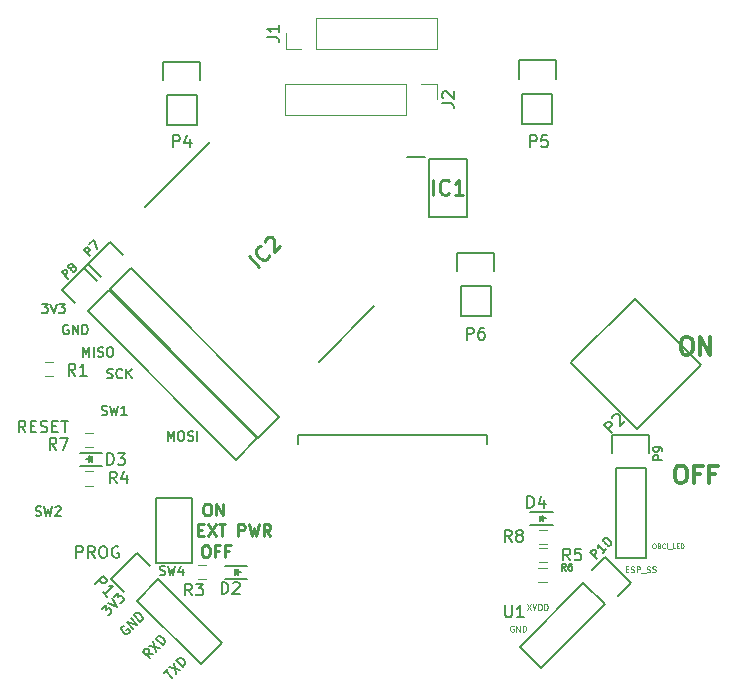
<source format=gbr>
%TF.GenerationSoftware,KiCad,Pcbnew,(5.1.10)-1*%
%TF.CreationDate,2022-09-07T09:41:17-03:00*%
%TF.ProjectId,OpenBCI_Wifi_Shield,4f70656e-4243-4495-9f57-6966695f5368,v1.0.0*%
%TF.SameCoordinates,Original*%
%TF.FileFunction,Legend,Top*%
%TF.FilePolarity,Positive*%
%FSLAX46Y46*%
G04 Gerber Fmt 4.6, Leading zero omitted, Abs format (unit mm)*
G04 Created by KiCad (PCBNEW (5.1.10)-1) date 2022-09-07 09:41:17*
%MOMM*%
%LPD*%
G01*
G04 APERTURE LIST*
%ADD10C,0.250000*%
%ADD11C,0.100000*%
%ADD12C,0.125000*%
%ADD13C,0.150000*%
%ADD14C,0.200000*%
%ADD15C,0.300000*%
%ADD16C,0.120000*%
%ADD17C,0.152400*%
%ADD18C,0.254000*%
G04 APERTURE END LIST*
D10*
X95033619Y-107399380D02*
X95224095Y-107399380D01*
X95319333Y-107447000D01*
X95414571Y-107542238D01*
X95462190Y-107732714D01*
X95462190Y-108066047D01*
X95414571Y-108256523D01*
X95319333Y-108351761D01*
X95224095Y-108399380D01*
X95033619Y-108399380D01*
X94938380Y-108351761D01*
X94843142Y-108256523D01*
X94795523Y-108066047D01*
X94795523Y-107732714D01*
X94843142Y-107542238D01*
X94938380Y-107447000D01*
X95033619Y-107399380D01*
X96224095Y-107875571D02*
X95890761Y-107875571D01*
X95890761Y-108399380D02*
X95890761Y-107399380D01*
X96366952Y-107399380D01*
X97081238Y-107875571D02*
X96747904Y-107875571D01*
X96747904Y-108399380D02*
X96747904Y-107399380D01*
X97224095Y-107399380D01*
X94487190Y-106100571D02*
X94820523Y-106100571D01*
X94963380Y-106624380D02*
X94487190Y-106624380D01*
X94487190Y-105624380D01*
X94963380Y-105624380D01*
X95296714Y-105624380D02*
X95963380Y-106624380D01*
X95963380Y-105624380D02*
X95296714Y-106624380D01*
X96201476Y-105624380D02*
X96772904Y-105624380D01*
X96487190Y-106624380D02*
X96487190Y-105624380D01*
X97868142Y-106624380D02*
X97868142Y-105624380D01*
X98249095Y-105624380D01*
X98344333Y-105672000D01*
X98391952Y-105719619D01*
X98439571Y-105814857D01*
X98439571Y-105957714D01*
X98391952Y-106052952D01*
X98344333Y-106100571D01*
X98249095Y-106148190D01*
X97868142Y-106148190D01*
X98772904Y-105624380D02*
X99011000Y-106624380D01*
X99201476Y-105910095D01*
X99391952Y-106624380D01*
X99630047Y-105624380D01*
X100582428Y-106624380D02*
X100249095Y-106148190D01*
X100011000Y-106624380D02*
X100011000Y-105624380D01*
X100391952Y-105624380D01*
X100487190Y-105672000D01*
X100534809Y-105719619D01*
X100582428Y-105814857D01*
X100582428Y-105957714D01*
X100534809Y-106052952D01*
X100487190Y-106100571D01*
X100391952Y-106148190D01*
X100011000Y-106148190D01*
X95141952Y-103874380D02*
X95332428Y-103874380D01*
X95427666Y-103922000D01*
X95522904Y-104017238D01*
X95570523Y-104207714D01*
X95570523Y-104541047D01*
X95522904Y-104731523D01*
X95427666Y-104826761D01*
X95332428Y-104874380D01*
X95141952Y-104874380D01*
X95046714Y-104826761D01*
X94951476Y-104731523D01*
X94903857Y-104541047D01*
X94903857Y-104207714D01*
X94951476Y-104017238D01*
X95046714Y-103922000D01*
X95141952Y-103874380D01*
X95999095Y-104874380D02*
X95999095Y-103874380D01*
X96570523Y-104874380D01*
X96570523Y-103874380D01*
D11*
X133035828Y-107248352D02*
X133112019Y-107248352D01*
X133150114Y-107267400D01*
X133188209Y-107305495D01*
X133207257Y-107381685D01*
X133207257Y-107515019D01*
X133188209Y-107591209D01*
X133150114Y-107629304D01*
X133112019Y-107648352D01*
X133035828Y-107648352D01*
X132997733Y-107629304D01*
X132959638Y-107591209D01*
X132940590Y-107515019D01*
X132940590Y-107381685D01*
X132959638Y-107305495D01*
X132997733Y-107267400D01*
X133035828Y-107248352D01*
X133512019Y-107438828D02*
X133569161Y-107457876D01*
X133588209Y-107476923D01*
X133607257Y-107515019D01*
X133607257Y-107572161D01*
X133588209Y-107610257D01*
X133569161Y-107629304D01*
X133531066Y-107648352D01*
X133378685Y-107648352D01*
X133378685Y-107248352D01*
X133512019Y-107248352D01*
X133550114Y-107267400D01*
X133569161Y-107286447D01*
X133588209Y-107324542D01*
X133588209Y-107362638D01*
X133569161Y-107400733D01*
X133550114Y-107419780D01*
X133512019Y-107438828D01*
X133378685Y-107438828D01*
X134007257Y-107610257D02*
X133988209Y-107629304D01*
X133931066Y-107648352D01*
X133892971Y-107648352D01*
X133835828Y-107629304D01*
X133797733Y-107591209D01*
X133778685Y-107553114D01*
X133759638Y-107476923D01*
X133759638Y-107419780D01*
X133778685Y-107343590D01*
X133797733Y-107305495D01*
X133835828Y-107267400D01*
X133892971Y-107248352D01*
X133931066Y-107248352D01*
X133988209Y-107267400D01*
X134007257Y-107286447D01*
X134178685Y-107648352D02*
X134178685Y-107248352D01*
X134273923Y-107686447D02*
X134578685Y-107686447D01*
X134864400Y-107648352D02*
X134673923Y-107648352D01*
X134673923Y-107248352D01*
X134997733Y-107438828D02*
X135131066Y-107438828D01*
X135188209Y-107648352D02*
X134997733Y-107648352D01*
X134997733Y-107248352D01*
X135188209Y-107248352D01*
X135359638Y-107648352D02*
X135359638Y-107248352D01*
X135454876Y-107248352D01*
X135512019Y-107267400D01*
X135550114Y-107305495D01*
X135569161Y-107343590D01*
X135588209Y-107419780D01*
X135588209Y-107476923D01*
X135569161Y-107553114D01*
X135550114Y-107591209D01*
X135512019Y-107629304D01*
X135454876Y-107648352D01*
X135359638Y-107648352D01*
D12*
X121183447Y-114227800D02*
X121135828Y-114203990D01*
X121064400Y-114203990D01*
X120992971Y-114227800D01*
X120945352Y-114275419D01*
X120921542Y-114323038D01*
X120897733Y-114418276D01*
X120897733Y-114489704D01*
X120921542Y-114584942D01*
X120945352Y-114632561D01*
X120992971Y-114680180D01*
X121064400Y-114703990D01*
X121112019Y-114703990D01*
X121183447Y-114680180D01*
X121207257Y-114656371D01*
X121207257Y-114489704D01*
X121112019Y-114489704D01*
X121421542Y-114703990D02*
X121421542Y-114203990D01*
X121707257Y-114703990D01*
X121707257Y-114203990D01*
X121945352Y-114703990D02*
X121945352Y-114203990D01*
X122064400Y-114203990D01*
X122135828Y-114227800D01*
X122183447Y-114275419D01*
X122207257Y-114323038D01*
X122231066Y-114418276D01*
X122231066Y-114489704D01*
X122207257Y-114584942D01*
X122183447Y-114632561D01*
X122135828Y-114680180D01*
X122064400Y-114703990D01*
X121945352Y-114703990D01*
X122334447Y-112375190D02*
X122667780Y-112875190D01*
X122667780Y-112375190D02*
X122334447Y-112875190D01*
X122786828Y-112375190D02*
X122953495Y-112875190D01*
X123120161Y-112375190D01*
X123286828Y-112875190D02*
X123286828Y-112375190D01*
X123405876Y-112375190D01*
X123477304Y-112399000D01*
X123524923Y-112446619D01*
X123548733Y-112494238D01*
X123572542Y-112589476D01*
X123572542Y-112660904D01*
X123548733Y-112756142D01*
X123524923Y-112803761D01*
X123477304Y-112851380D01*
X123405876Y-112875190D01*
X123286828Y-112875190D01*
X123786828Y-112875190D02*
X123786828Y-112375190D01*
X123905876Y-112375190D01*
X123977304Y-112399000D01*
X124024923Y-112446619D01*
X124048733Y-112494238D01*
X124072542Y-112589476D01*
X124072542Y-112660904D01*
X124048733Y-112756142D01*
X124024923Y-112803761D01*
X123977304Y-112851380D01*
X123905876Y-112875190D01*
X123786828Y-112875190D01*
X130665695Y-109412885D02*
X130832361Y-109412885D01*
X130903790Y-109674790D02*
X130665695Y-109674790D01*
X130665695Y-109174790D01*
X130903790Y-109174790D01*
X131094266Y-109650980D02*
X131165695Y-109674790D01*
X131284742Y-109674790D01*
X131332361Y-109650980D01*
X131356171Y-109627171D01*
X131379980Y-109579552D01*
X131379980Y-109531933D01*
X131356171Y-109484314D01*
X131332361Y-109460504D01*
X131284742Y-109436695D01*
X131189504Y-109412885D01*
X131141885Y-109389076D01*
X131118076Y-109365266D01*
X131094266Y-109317647D01*
X131094266Y-109270028D01*
X131118076Y-109222409D01*
X131141885Y-109198600D01*
X131189504Y-109174790D01*
X131308552Y-109174790D01*
X131379980Y-109198600D01*
X131594266Y-109674790D02*
X131594266Y-109174790D01*
X131784742Y-109174790D01*
X131832361Y-109198600D01*
X131856171Y-109222409D01*
X131879980Y-109270028D01*
X131879980Y-109341457D01*
X131856171Y-109389076D01*
X131832361Y-109412885D01*
X131784742Y-109436695D01*
X131594266Y-109436695D01*
X131975219Y-109722409D02*
X132356171Y-109722409D01*
X132451409Y-109650980D02*
X132522838Y-109674790D01*
X132641885Y-109674790D01*
X132689504Y-109650980D01*
X132713314Y-109627171D01*
X132737123Y-109579552D01*
X132737123Y-109531933D01*
X132713314Y-109484314D01*
X132689504Y-109460504D01*
X132641885Y-109436695D01*
X132546647Y-109412885D01*
X132499028Y-109389076D01*
X132475219Y-109365266D01*
X132451409Y-109317647D01*
X132451409Y-109270028D01*
X132475219Y-109222409D01*
X132499028Y-109198600D01*
X132546647Y-109174790D01*
X132665695Y-109174790D01*
X132737123Y-109198600D01*
X132927600Y-109650980D02*
X132999028Y-109674790D01*
X133118076Y-109674790D01*
X133165695Y-109650980D01*
X133189504Y-109627171D01*
X133213314Y-109579552D01*
X133213314Y-109531933D01*
X133189504Y-109484314D01*
X133165695Y-109460504D01*
X133118076Y-109436695D01*
X133022838Y-109412885D01*
X132975219Y-109389076D01*
X132951409Y-109365266D01*
X132927600Y-109317647D01*
X132927600Y-109270028D01*
X132951409Y-109222409D01*
X132975219Y-109198600D01*
X133022838Y-109174790D01*
X133141885Y-109174790D01*
X133213314Y-109198600D01*
D13*
X81242023Y-86937904D02*
X81737261Y-86937904D01*
X81470595Y-87242666D01*
X81584880Y-87242666D01*
X81661071Y-87280761D01*
X81699166Y-87318857D01*
X81737261Y-87395047D01*
X81737261Y-87585523D01*
X81699166Y-87661714D01*
X81661071Y-87699809D01*
X81584880Y-87737904D01*
X81356309Y-87737904D01*
X81280119Y-87699809D01*
X81242023Y-87661714D01*
X81965833Y-86937904D02*
X82232500Y-87737904D01*
X82499166Y-86937904D01*
X82689642Y-86937904D02*
X83184880Y-86937904D01*
X82918214Y-87242666D01*
X83032500Y-87242666D01*
X83108690Y-87280761D01*
X83146785Y-87318857D01*
X83184880Y-87395047D01*
X83184880Y-87585523D01*
X83146785Y-87661714D01*
X83108690Y-87699809D01*
X83032500Y-87737904D01*
X82803928Y-87737904D01*
X82727738Y-87699809D01*
X82689642Y-87661714D01*
X83464476Y-88754000D02*
X83388285Y-88715904D01*
X83274000Y-88715904D01*
X83159714Y-88754000D01*
X83083523Y-88830190D01*
X83045428Y-88906380D01*
X83007333Y-89058761D01*
X83007333Y-89173047D01*
X83045428Y-89325428D01*
X83083523Y-89401619D01*
X83159714Y-89477809D01*
X83274000Y-89515904D01*
X83350190Y-89515904D01*
X83464476Y-89477809D01*
X83502571Y-89439714D01*
X83502571Y-89173047D01*
X83350190Y-89173047D01*
X83845428Y-89515904D02*
X83845428Y-88715904D01*
X84302571Y-89515904D01*
X84302571Y-88715904D01*
X84683523Y-89515904D02*
X84683523Y-88715904D01*
X84874000Y-88715904D01*
X84988285Y-88754000D01*
X85064476Y-88830190D01*
X85102571Y-88906380D01*
X85140666Y-89058761D01*
X85140666Y-89173047D01*
X85102571Y-89325428D01*
X85064476Y-89401619D01*
X84988285Y-89477809D01*
X84874000Y-89515904D01*
X84683523Y-89515904D01*
X84721857Y-91420904D02*
X84721857Y-90620904D01*
X84988523Y-91192333D01*
X85255190Y-90620904D01*
X85255190Y-91420904D01*
X85636142Y-91420904D02*
X85636142Y-90620904D01*
X85979000Y-91382809D02*
X86093285Y-91420904D01*
X86283761Y-91420904D01*
X86359952Y-91382809D01*
X86398047Y-91344714D01*
X86436142Y-91268523D01*
X86436142Y-91192333D01*
X86398047Y-91116142D01*
X86359952Y-91078047D01*
X86283761Y-91039952D01*
X86131380Y-91001857D01*
X86055190Y-90963761D01*
X86017095Y-90925666D01*
X85979000Y-90849476D01*
X85979000Y-90773285D01*
X86017095Y-90697095D01*
X86055190Y-90659000D01*
X86131380Y-90620904D01*
X86321857Y-90620904D01*
X86436142Y-90659000D01*
X86931380Y-90620904D02*
X87083761Y-90620904D01*
X87159952Y-90659000D01*
X87236142Y-90735190D01*
X87274238Y-90887571D01*
X87274238Y-91154238D01*
X87236142Y-91306619D01*
X87159952Y-91382809D01*
X87083761Y-91420904D01*
X86931380Y-91420904D01*
X86855190Y-91382809D01*
X86779000Y-91306619D01*
X86740904Y-91154238D01*
X86740904Y-90887571D01*
X86779000Y-90735190D01*
X86855190Y-90659000D01*
X86931380Y-90620904D01*
X86791928Y-93224309D02*
X86906214Y-93262404D01*
X87096690Y-93262404D01*
X87172880Y-93224309D01*
X87210976Y-93186214D01*
X87249071Y-93110023D01*
X87249071Y-93033833D01*
X87210976Y-92957642D01*
X87172880Y-92919547D01*
X87096690Y-92881452D01*
X86944309Y-92843357D01*
X86868119Y-92805261D01*
X86830023Y-92767166D01*
X86791928Y-92690976D01*
X86791928Y-92614785D01*
X86830023Y-92538595D01*
X86868119Y-92500500D01*
X86944309Y-92462404D01*
X87134785Y-92462404D01*
X87249071Y-92500500D01*
X88049071Y-93186214D02*
X88010976Y-93224309D01*
X87896690Y-93262404D01*
X87820500Y-93262404D01*
X87706214Y-93224309D01*
X87630023Y-93148119D01*
X87591928Y-93071928D01*
X87553833Y-92919547D01*
X87553833Y-92805261D01*
X87591928Y-92652880D01*
X87630023Y-92576690D01*
X87706214Y-92500500D01*
X87820500Y-92462404D01*
X87896690Y-92462404D01*
X88010976Y-92500500D01*
X88049071Y-92538595D01*
X88391928Y-93262404D02*
X88391928Y-92462404D01*
X88849071Y-93262404D02*
X88506214Y-92805261D01*
X88849071Y-92462404D02*
X88391928Y-92919547D01*
D14*
X84150285Y-108474380D02*
X84150285Y-107474380D01*
X84531238Y-107474380D01*
X84626476Y-107522000D01*
X84674095Y-107569619D01*
X84721714Y-107664857D01*
X84721714Y-107807714D01*
X84674095Y-107902952D01*
X84626476Y-107950571D01*
X84531238Y-107998190D01*
X84150285Y-107998190D01*
X85721714Y-108474380D02*
X85388380Y-107998190D01*
X85150285Y-108474380D02*
X85150285Y-107474380D01*
X85531238Y-107474380D01*
X85626476Y-107522000D01*
X85674095Y-107569619D01*
X85721714Y-107664857D01*
X85721714Y-107807714D01*
X85674095Y-107902952D01*
X85626476Y-107950571D01*
X85531238Y-107998190D01*
X85150285Y-107998190D01*
X86340761Y-107474380D02*
X86531238Y-107474380D01*
X86626476Y-107522000D01*
X86721714Y-107617238D01*
X86769333Y-107807714D01*
X86769333Y-108141047D01*
X86721714Y-108331523D01*
X86626476Y-108426761D01*
X86531238Y-108474380D01*
X86340761Y-108474380D01*
X86245523Y-108426761D01*
X86150285Y-108331523D01*
X86102666Y-108141047D01*
X86102666Y-107807714D01*
X86150285Y-107617238D01*
X86245523Y-107522000D01*
X86340761Y-107474380D01*
X87721714Y-107522000D02*
X87626476Y-107474380D01*
X87483619Y-107474380D01*
X87340761Y-107522000D01*
X87245523Y-107617238D01*
X87197904Y-107712476D01*
X87150285Y-107902952D01*
X87150285Y-108045809D01*
X87197904Y-108236285D01*
X87245523Y-108331523D01*
X87340761Y-108426761D01*
X87483619Y-108474380D01*
X87578857Y-108474380D01*
X87721714Y-108426761D01*
X87769333Y-108379142D01*
X87769333Y-108045809D01*
X87578857Y-108045809D01*
D13*
X91897357Y-98532904D02*
X91897357Y-97732904D01*
X92164023Y-98304333D01*
X92430690Y-97732904D01*
X92430690Y-98532904D01*
X92964023Y-97732904D02*
X93116404Y-97732904D01*
X93192595Y-97771000D01*
X93268785Y-97847190D01*
X93306880Y-97999571D01*
X93306880Y-98266238D01*
X93268785Y-98418619D01*
X93192595Y-98494809D01*
X93116404Y-98532904D01*
X92964023Y-98532904D01*
X92887833Y-98494809D01*
X92811642Y-98418619D01*
X92773547Y-98266238D01*
X92773547Y-97999571D01*
X92811642Y-97847190D01*
X92887833Y-97771000D01*
X92964023Y-97732904D01*
X93611642Y-98494809D02*
X93725928Y-98532904D01*
X93916404Y-98532904D01*
X93992595Y-98494809D01*
X94030690Y-98456714D01*
X94068785Y-98380523D01*
X94068785Y-98304333D01*
X94030690Y-98228142D01*
X93992595Y-98190047D01*
X93916404Y-98151952D01*
X93764023Y-98113857D01*
X93687833Y-98075761D01*
X93649738Y-98037666D01*
X93611642Y-97961476D01*
X93611642Y-97885285D01*
X93649738Y-97809095D01*
X93687833Y-97771000D01*
X93764023Y-97732904D01*
X93954500Y-97732904D01*
X94068785Y-97771000D01*
X94411642Y-98532904D02*
X94411642Y-97732904D01*
X91559378Y-118196561D02*
X91882627Y-117873312D01*
X92286688Y-118600622D02*
X91721003Y-118034936D01*
X92017314Y-117738625D02*
X92960123Y-117927187D01*
X92394438Y-117361501D02*
X92583000Y-118304310D01*
X93175622Y-117711687D02*
X92609937Y-117146002D01*
X92744624Y-117011315D01*
X92852374Y-116957440D01*
X92960123Y-116957440D01*
X93040935Y-116984377D01*
X93175622Y-117065190D01*
X93256435Y-117146002D01*
X93337247Y-117280689D01*
X93364184Y-117361501D01*
X93364184Y-117469251D01*
X93310309Y-117577000D01*
X93175622Y-117711687D01*
X90683781Y-116647528D02*
X90225845Y-116566716D01*
X90360532Y-116970777D02*
X89794847Y-116405092D01*
X90010346Y-116189593D01*
X90091158Y-116162655D01*
X90145033Y-116162655D01*
X90225845Y-116189593D01*
X90306658Y-116270405D01*
X90333595Y-116351217D01*
X90333595Y-116405092D01*
X90306658Y-116485904D01*
X90091158Y-116701403D01*
X90306658Y-115893281D02*
X91249467Y-116081843D01*
X90683781Y-115516158D02*
X90872343Y-116458967D01*
X91464966Y-115866344D02*
X90899280Y-115300658D01*
X91033967Y-115165971D01*
X91141717Y-115112097D01*
X91249467Y-115112097D01*
X91330279Y-115139034D01*
X91464966Y-115219846D01*
X91545778Y-115300658D01*
X91626590Y-115435345D01*
X91653528Y-115516158D01*
X91653528Y-115623907D01*
X91599653Y-115731657D01*
X91464966Y-115866344D01*
X88186158Y-114194155D02*
X88105346Y-114221093D01*
X88024534Y-114301905D01*
X87970659Y-114409654D01*
X87970659Y-114517404D01*
X87997597Y-114598216D01*
X88078409Y-114732903D01*
X88159221Y-114813715D01*
X88293908Y-114894528D01*
X88374720Y-114921465D01*
X88482470Y-114921465D01*
X88590219Y-114867590D01*
X88644094Y-114813715D01*
X88697969Y-114705966D01*
X88697969Y-114652091D01*
X88509407Y-114463529D01*
X88401658Y-114571279D01*
X88994280Y-114463529D02*
X88428595Y-113897844D01*
X89317529Y-114140280D01*
X88751844Y-113574595D01*
X89586903Y-113870906D02*
X89021218Y-113305221D01*
X89155905Y-113170534D01*
X89263654Y-113116659D01*
X89371404Y-113116659D01*
X89452216Y-113143597D01*
X89586903Y-113224409D01*
X89667715Y-113305221D01*
X89748528Y-113439908D01*
X89775465Y-113520720D01*
X89775465Y-113628470D01*
X89721590Y-113736219D01*
X89586903Y-113870906D01*
X86302347Y-112785592D02*
X86652533Y-112435406D01*
X86679471Y-112839467D01*
X86760283Y-112758654D01*
X86841095Y-112731717D01*
X86894970Y-112731717D01*
X86975782Y-112758654D01*
X87110469Y-112893341D01*
X87137406Y-112974154D01*
X87137406Y-113028028D01*
X87110469Y-113108841D01*
X86948845Y-113270465D01*
X86868032Y-113297402D01*
X86814158Y-113297402D01*
X86814158Y-112273781D02*
X87568405Y-112650905D01*
X87191281Y-111896658D01*
X87325968Y-111761971D02*
X87676154Y-111411784D01*
X87703092Y-111815845D01*
X87783904Y-111735033D01*
X87864716Y-111708096D01*
X87918591Y-111708096D01*
X87999403Y-111735033D01*
X88134090Y-111869720D01*
X88161028Y-111950532D01*
X88161028Y-112004407D01*
X88134090Y-112085219D01*
X87972466Y-112246844D01*
X87891654Y-112273781D01*
X87837779Y-112273781D01*
D15*
X135698028Y-89754971D02*
X135983742Y-89754971D01*
X136126600Y-89826400D01*
X136269457Y-89969257D01*
X136340885Y-90254971D01*
X136340885Y-90754971D01*
X136269457Y-91040685D01*
X136126600Y-91183542D01*
X135983742Y-91254971D01*
X135698028Y-91254971D01*
X135555171Y-91183542D01*
X135412314Y-91040685D01*
X135340885Y-90754971D01*
X135340885Y-90254971D01*
X135412314Y-89969257D01*
X135555171Y-89826400D01*
X135698028Y-89754971D01*
X136983742Y-91254971D02*
X136983742Y-89754971D01*
X137840885Y-91254971D01*
X137840885Y-89754971D01*
X135198028Y-100651571D02*
X135483742Y-100651571D01*
X135626600Y-100723000D01*
X135769457Y-100865857D01*
X135840885Y-101151571D01*
X135840885Y-101651571D01*
X135769457Y-101937285D01*
X135626600Y-102080142D01*
X135483742Y-102151571D01*
X135198028Y-102151571D01*
X135055171Y-102080142D01*
X134912314Y-101937285D01*
X134840885Y-101651571D01*
X134840885Y-101151571D01*
X134912314Y-100865857D01*
X135055171Y-100723000D01*
X135198028Y-100651571D01*
X136983742Y-101365857D02*
X136483742Y-101365857D01*
X136483742Y-102151571D02*
X136483742Y-100651571D01*
X137198028Y-100651571D01*
X138269457Y-101365857D02*
X137769457Y-101365857D01*
X137769457Y-102151571D02*
X137769457Y-100651571D01*
X138483742Y-100651571D01*
D14*
X79858619Y-97849380D02*
X79525285Y-97373190D01*
X79287190Y-97849380D02*
X79287190Y-96849380D01*
X79668142Y-96849380D01*
X79763380Y-96897000D01*
X79811000Y-96944619D01*
X79858619Y-97039857D01*
X79858619Y-97182714D01*
X79811000Y-97277952D01*
X79763380Y-97325571D01*
X79668142Y-97373190D01*
X79287190Y-97373190D01*
X80287190Y-97325571D02*
X80620523Y-97325571D01*
X80763380Y-97849380D02*
X80287190Y-97849380D01*
X80287190Y-96849380D01*
X80763380Y-96849380D01*
X81144333Y-97801761D02*
X81287190Y-97849380D01*
X81525285Y-97849380D01*
X81620523Y-97801761D01*
X81668142Y-97754142D01*
X81715761Y-97658904D01*
X81715761Y-97563666D01*
X81668142Y-97468428D01*
X81620523Y-97420809D01*
X81525285Y-97373190D01*
X81334809Y-97325571D01*
X81239571Y-97277952D01*
X81191952Y-97230333D01*
X81144333Y-97135095D01*
X81144333Y-97039857D01*
X81191952Y-96944619D01*
X81239571Y-96897000D01*
X81334809Y-96849380D01*
X81572904Y-96849380D01*
X81715761Y-96897000D01*
X82144333Y-97325571D02*
X82477666Y-97325571D01*
X82620523Y-97849380D02*
X82144333Y-97849380D01*
X82144333Y-96849380D01*
X82620523Y-96849380D01*
X82906238Y-96849380D02*
X83477666Y-96849380D01*
X83191952Y-97849380D02*
X83191952Y-96849380D01*
D16*
%TO.C,R8*%
X123297200Y-106080000D02*
X123997200Y-106080000D01*
X123997200Y-107280000D02*
X123297200Y-107280000D01*
D13*
%TO.C,SW4*%
X93949000Y-108932000D02*
X93949000Y-103432000D01*
X93949000Y-103432000D02*
X90949000Y-103432000D01*
X93949000Y-108932000D02*
X90949000Y-108932000D01*
X90949000Y-108932000D02*
X90949000Y-103432000D01*
D17*
%TO.C,U1*%
X118940000Y-98823000D02*
X118940000Y-98061000D01*
X118940000Y-98061000D02*
X102938000Y-98061000D01*
X102938000Y-98061000D02*
X102938000Y-98823000D01*
D13*
%TO.C,P8*%
X85115400Y-87571851D02*
X97687759Y-100144210D01*
X97687759Y-100144210D02*
X99483810Y-98348159D01*
X99483810Y-98348159D02*
X86911451Y-85775800D01*
X82923369Y-85775800D02*
X84019384Y-86871816D01*
X85115400Y-87571851D02*
X86911451Y-85775800D01*
X86211416Y-84679784D02*
X85115400Y-83583769D01*
X85115400Y-83583769D02*
X82923369Y-85775800D01*
%TO.C,P9*%
X132368400Y-100888800D02*
X132368400Y-108508800D01*
X129828400Y-100888800D02*
X129828400Y-108508800D01*
X129548400Y-98068800D02*
X129548400Y-99618800D01*
X132368400Y-108508800D02*
X129828400Y-108508800D01*
X129828400Y-100888800D02*
X132368400Y-100888800D01*
X132648400Y-99618800D02*
X132648400Y-98068800D01*
X132648400Y-98068800D02*
X129548400Y-98068800D01*
%TO.C,P10*%
X128890800Y-112398851D02*
X123502646Y-117787005D01*
X127094749Y-110602800D02*
X121706595Y-115990954D01*
X128890800Y-108410769D02*
X127794784Y-109506784D01*
X123502646Y-117787005D02*
X121706595Y-115990954D01*
X127094749Y-110602800D02*
X128890800Y-112398851D01*
X129986816Y-111698816D02*
X131082831Y-110602800D01*
X131082831Y-110602800D02*
X128890800Y-108410769D01*
%TO.C,P7*%
X86995000Y-85743051D02*
X99567359Y-98315410D01*
X99567359Y-98315410D02*
X101363410Y-96519359D01*
X101363410Y-96519359D02*
X88791051Y-83947000D01*
X84802969Y-83947000D02*
X85898984Y-85043016D01*
X86995000Y-85743051D02*
X88791051Y-83947000D01*
X88091016Y-82850984D02*
X86995000Y-81754969D01*
X86995000Y-81754969D02*
X84802969Y-83947000D01*
%TO.C,P4*%
X91541000Y-66476000D02*
X91541000Y-68026000D01*
X91821000Y-71836000D02*
X91821000Y-69296000D01*
X91821000Y-69296000D02*
X94361000Y-69296000D01*
X94641000Y-68026000D02*
X94641000Y-66476000D01*
X94641000Y-66476000D02*
X91541000Y-66476000D01*
X94361000Y-69296000D02*
X94361000Y-71836000D01*
X94361000Y-71836000D02*
X91821000Y-71836000D01*
%TO.C,P6*%
X116417000Y-82651000D02*
X116417000Y-84201000D01*
X116697000Y-88011000D02*
X116697000Y-85471000D01*
X116697000Y-85471000D02*
X119237000Y-85471000D01*
X119517000Y-84201000D02*
X119517000Y-82651000D01*
X119517000Y-82651000D02*
X116417000Y-82651000D01*
X119237000Y-85471000D02*
X119237000Y-88011000D01*
X119237000Y-88011000D02*
X116697000Y-88011000D01*
%TO.C,P5*%
X121640000Y-66349000D02*
X121640000Y-67899000D01*
X121920000Y-71709000D02*
X121920000Y-69169000D01*
X121920000Y-69169000D02*
X124460000Y-69169000D01*
X124740000Y-67899000D02*
X124740000Y-66349000D01*
X124740000Y-66349000D02*
X121640000Y-66349000D01*
X124460000Y-69169000D02*
X124460000Y-71709000D01*
X124460000Y-71709000D02*
X121920000Y-71709000D01*
%TO.C,P1*%
X91120051Y-110282000D02*
X96508205Y-115670154D01*
X89324000Y-112078051D02*
X94712154Y-117466205D01*
X87131969Y-110282000D02*
X88227984Y-111378016D01*
X96508205Y-115670154D02*
X94712154Y-117466205D01*
X89324000Y-112078051D02*
X91120051Y-110282000D01*
X90420016Y-109185984D02*
X89324000Y-108089969D01*
X89324000Y-108089969D02*
X87131969Y-110282000D01*
D16*
%TO.C,R1*%
X82188800Y-93056000D02*
X81488800Y-93056000D01*
X81488800Y-91856000D02*
X82188800Y-91856000D01*
%TO.C,R3*%
X94468200Y-109064500D02*
X95168200Y-109064500D01*
X95168200Y-110264500D02*
X94468200Y-110264500D01*
%TO.C,R4*%
X85592400Y-102352400D02*
X84892400Y-102352400D01*
X84892400Y-101152400D02*
X85592400Y-101152400D01*
%TO.C,R5*%
X123997200Y-108854800D02*
X123297200Y-108854800D01*
X123297200Y-107654800D02*
X123997200Y-107654800D01*
%TO.C,R6*%
X123974000Y-110482000D02*
X123274000Y-110482000D01*
X123274000Y-109282000D02*
X123974000Y-109282000D01*
%TO.C,R7*%
X84892400Y-97901200D02*
X85592400Y-97901200D01*
X85592400Y-99101200D02*
X84892400Y-99101200D01*
D13*
%TO.C,P2*%
X126048968Y-91913777D02*
X131437122Y-86525623D01*
X131634687Y-97535417D02*
X126031007Y-91931737D01*
X137040801Y-92129303D02*
X131652648Y-97517457D01*
X131455082Y-86579505D02*
X137040801Y-92129303D01*
%TO.C,D2*%
X96753500Y-110214500D02*
X98653500Y-110214500D01*
X96753500Y-109114500D02*
X98653500Y-109114500D01*
X97653500Y-109664500D02*
X98103500Y-109664500D01*
X97603500Y-109414500D02*
X97603500Y-109914500D01*
X97603500Y-109664500D02*
X97853500Y-109414500D01*
X97853500Y-109414500D02*
X97853500Y-109914500D01*
X97853500Y-109914500D02*
X97603500Y-109664500D01*
%TO.C,D3*%
X86342400Y-99576800D02*
X84442400Y-99576800D01*
X86342400Y-100676800D02*
X84442400Y-100676800D01*
X85442400Y-100126800D02*
X84992400Y-100126800D01*
X85492400Y-100376800D02*
X85492400Y-99876800D01*
X85492400Y-100126800D02*
X85242400Y-100376800D01*
X85242400Y-100376800D02*
X85242400Y-99876800D01*
X85242400Y-99876800D02*
X85492400Y-100126800D01*
%TO.C,D4*%
X122598000Y-105680600D02*
X124498000Y-105680600D01*
X122598000Y-104580600D02*
X124498000Y-104580600D01*
X123498000Y-105130600D02*
X123948000Y-105130600D01*
X123448000Y-104880600D02*
X123448000Y-105380600D01*
X123448000Y-105130600D02*
X123698000Y-104880600D01*
X123698000Y-104880600D02*
X123698000Y-105380600D01*
X123698000Y-105380600D02*
X123448000Y-105130600D01*
D14*
%TO.C,IC1*%
X112136000Y-74567000D02*
X113663000Y-74567000D01*
X114013000Y-79599000D02*
X114013000Y-74695000D01*
X117209000Y-79599000D02*
X114013000Y-79599000D01*
X117209000Y-74695000D02*
X117209000Y-79599000D01*
X114013000Y-74695000D02*
X117209000Y-74695000D01*
%TO.C,IC2*%
X104739014Y-91841919D02*
X109405919Y-87175014D01*
X89942804Y-78792263D02*
X95482986Y-73252081D01*
D16*
%TO.C,J1*%
X114701000Y-65377000D02*
X114701000Y-62717000D01*
X104481000Y-65377000D02*
X114701000Y-65377000D01*
X104481000Y-62717000D02*
X114701000Y-62717000D01*
X104481000Y-65377000D02*
X104481000Y-62717000D01*
X103211000Y-65377000D02*
X101881000Y-65377000D01*
X101881000Y-65377000D02*
X101881000Y-64047000D01*
%TO.C,J2*%
X114691000Y-68317000D02*
X114691000Y-69647000D01*
X113361000Y-68317000D02*
X114691000Y-68317000D01*
X112091000Y-68317000D02*
X112091000Y-70977000D01*
X112091000Y-70977000D02*
X101871000Y-70977000D01*
X112091000Y-68317000D02*
X101871000Y-68317000D01*
X101871000Y-68317000D02*
X101871000Y-70977000D01*
%TO.C,R8*%
D13*
X121016733Y-107106980D02*
X120683400Y-106630790D01*
X120445304Y-107106980D02*
X120445304Y-106106980D01*
X120826257Y-106106980D01*
X120921495Y-106154600D01*
X120969114Y-106202219D01*
X121016733Y-106297457D01*
X121016733Y-106440314D01*
X120969114Y-106535552D01*
X120921495Y-106583171D01*
X120826257Y-106630790D01*
X120445304Y-106630790D01*
X121588161Y-106535552D02*
X121492923Y-106487933D01*
X121445304Y-106440314D01*
X121397685Y-106345076D01*
X121397685Y-106297457D01*
X121445304Y-106202219D01*
X121492923Y-106154600D01*
X121588161Y-106106980D01*
X121778638Y-106106980D01*
X121873876Y-106154600D01*
X121921495Y-106202219D01*
X121969114Y-106297457D01*
X121969114Y-106345076D01*
X121921495Y-106440314D01*
X121873876Y-106487933D01*
X121778638Y-106535552D01*
X121588161Y-106535552D01*
X121492923Y-106583171D01*
X121445304Y-106630790D01*
X121397685Y-106726028D01*
X121397685Y-106916504D01*
X121445304Y-107011742D01*
X121492923Y-107059361D01*
X121588161Y-107106980D01*
X121778638Y-107106980D01*
X121873876Y-107059361D01*
X121921495Y-107011742D01*
X121969114Y-106916504D01*
X121969114Y-106726028D01*
X121921495Y-106630790D01*
X121873876Y-106583171D01*
X121778638Y-106535552D01*
%TO.C,SW4*%
X91236000Y-109875571D02*
X91343142Y-109911285D01*
X91521714Y-109911285D01*
X91593142Y-109875571D01*
X91628857Y-109839857D01*
X91664571Y-109768428D01*
X91664571Y-109697000D01*
X91628857Y-109625571D01*
X91593142Y-109589857D01*
X91521714Y-109554142D01*
X91378857Y-109518428D01*
X91307428Y-109482714D01*
X91271714Y-109447000D01*
X91236000Y-109375571D01*
X91236000Y-109304142D01*
X91271714Y-109232714D01*
X91307428Y-109197000D01*
X91378857Y-109161285D01*
X91557428Y-109161285D01*
X91664571Y-109197000D01*
X91914571Y-109161285D02*
X92093142Y-109911285D01*
X92236000Y-109375571D01*
X92378857Y-109911285D01*
X92557428Y-109161285D01*
X93164571Y-109411285D02*
X93164571Y-109911285D01*
X92986000Y-109125571D02*
X92807428Y-109661285D01*
X93271714Y-109661285D01*
%TO.C,U1*%
X120459595Y-112482380D02*
X120459595Y-113291904D01*
X120507214Y-113387142D01*
X120554833Y-113434761D01*
X120650071Y-113482380D01*
X120840547Y-113482380D01*
X120935785Y-113434761D01*
X120983404Y-113387142D01*
X121031023Y-113291904D01*
X121031023Y-112482380D01*
X122031023Y-113482380D02*
X121459595Y-113482380D01*
X121745309Y-113482380D02*
X121745309Y-112482380D01*
X121650071Y-112625238D01*
X121554833Y-112720476D01*
X121459595Y-112768095D01*
%TO.C,SW2*%
X80721333Y-104870209D02*
X80835619Y-104908304D01*
X81026095Y-104908304D01*
X81102285Y-104870209D01*
X81140380Y-104832114D01*
X81178476Y-104755923D01*
X81178476Y-104679733D01*
X81140380Y-104603542D01*
X81102285Y-104565447D01*
X81026095Y-104527352D01*
X80873714Y-104489257D01*
X80797523Y-104451161D01*
X80759428Y-104413066D01*
X80721333Y-104336876D01*
X80721333Y-104260685D01*
X80759428Y-104184495D01*
X80797523Y-104146400D01*
X80873714Y-104108304D01*
X81064190Y-104108304D01*
X81178476Y-104146400D01*
X81445142Y-104108304D02*
X81635619Y-104908304D01*
X81788000Y-104336876D01*
X81940380Y-104908304D01*
X82130857Y-104108304D01*
X82397523Y-104184495D02*
X82435619Y-104146400D01*
X82511809Y-104108304D01*
X82702285Y-104108304D01*
X82778476Y-104146400D01*
X82816571Y-104184495D01*
X82854666Y-104260685D01*
X82854666Y-104336876D01*
X82816571Y-104451161D01*
X82359428Y-104908304D01*
X82854666Y-104908304D01*
%TO.C,P8*%
X83439877Y-84819645D02*
X82909547Y-84289315D01*
X83111577Y-84087284D01*
X83187338Y-84062030D01*
X83237846Y-84062030D01*
X83313608Y-84087284D01*
X83389369Y-84163046D01*
X83414623Y-84238807D01*
X83414623Y-84289315D01*
X83389369Y-84365076D01*
X83187338Y-84567107D01*
X83742922Y-83910508D02*
X83667161Y-83935761D01*
X83616653Y-83935761D01*
X83540892Y-83910508D01*
X83515638Y-83885254D01*
X83490384Y-83809492D01*
X83490384Y-83758985D01*
X83515638Y-83683223D01*
X83616653Y-83582208D01*
X83692415Y-83556954D01*
X83742922Y-83556954D01*
X83818684Y-83582208D01*
X83843938Y-83607462D01*
X83869191Y-83683223D01*
X83869191Y-83733731D01*
X83843938Y-83809492D01*
X83742922Y-83910508D01*
X83717669Y-83986269D01*
X83717669Y-84036777D01*
X83742922Y-84112538D01*
X83843938Y-84213553D01*
X83919699Y-84238807D01*
X83970207Y-84238807D01*
X84045968Y-84213553D01*
X84146983Y-84112538D01*
X84172237Y-84036777D01*
X84172237Y-83986269D01*
X84146983Y-83910508D01*
X84045968Y-83809492D01*
X83970207Y-83784238D01*
X83919699Y-83784238D01*
X83843938Y-83809492D01*
%TO.C,P9*%
X133761785Y-100185071D02*
X133011785Y-100185071D01*
X133011785Y-99899357D01*
X133047500Y-99827928D01*
X133083214Y-99792214D01*
X133154642Y-99756500D01*
X133261785Y-99756500D01*
X133333214Y-99792214D01*
X133368928Y-99827928D01*
X133404642Y-99899357D01*
X133404642Y-100185071D01*
X133761785Y-99399357D02*
X133761785Y-99256500D01*
X133726071Y-99185071D01*
X133690357Y-99149357D01*
X133583214Y-99077928D01*
X133440357Y-99042214D01*
X133154642Y-99042214D01*
X133083214Y-99077928D01*
X133047500Y-99113642D01*
X133011785Y-99185071D01*
X133011785Y-99327928D01*
X133047500Y-99399357D01*
X133083214Y-99435071D01*
X133154642Y-99470785D01*
X133333214Y-99470785D01*
X133404642Y-99435071D01*
X133440357Y-99399357D01*
X133476071Y-99327928D01*
X133476071Y-99185071D01*
X133440357Y-99113642D01*
X133404642Y-99077928D01*
X133333214Y-99042214D01*
%TO.C,P10*%
X128207338Y-108540283D02*
X127677008Y-108009953D01*
X127879039Y-107807922D01*
X127954800Y-107782669D01*
X128005308Y-107782669D01*
X128081069Y-107807922D01*
X128156831Y-107883684D01*
X128182085Y-107959445D01*
X128182085Y-108009953D01*
X128156831Y-108085714D01*
X127954800Y-108287745D01*
X129015461Y-107732161D02*
X128712415Y-108035207D01*
X128863938Y-107883684D02*
X128333608Y-107353354D01*
X128358861Y-107479623D01*
X128358861Y-107580638D01*
X128333608Y-107656400D01*
X128813430Y-106873531D02*
X128863938Y-106823024D01*
X128939699Y-106797770D01*
X128990207Y-106797770D01*
X129065968Y-106823024D01*
X129192237Y-106898785D01*
X129318506Y-107025054D01*
X129394268Y-107151323D01*
X129419522Y-107227085D01*
X129419522Y-107277592D01*
X129394268Y-107353354D01*
X129343760Y-107403861D01*
X129267999Y-107429115D01*
X129217491Y-107429115D01*
X129141730Y-107403861D01*
X129015461Y-107328100D01*
X128889191Y-107201831D01*
X128813430Y-107075562D01*
X128788176Y-106999800D01*
X128788176Y-106949293D01*
X128813430Y-106873531D01*
%TO.C,P7*%
X85319477Y-82940045D02*
X84789147Y-82409715D01*
X84991177Y-82207684D01*
X85066938Y-82182430D01*
X85117446Y-82182430D01*
X85193208Y-82207684D01*
X85268969Y-82283446D01*
X85294223Y-82359207D01*
X85294223Y-82409715D01*
X85268969Y-82485476D01*
X85066938Y-82687507D01*
X85268969Y-81929892D02*
X85622522Y-81576339D01*
X85925568Y-82333953D01*
%TO.C,P4*%
X92352904Y-73685380D02*
X92352904Y-72685380D01*
X92733857Y-72685380D01*
X92829095Y-72733000D01*
X92876714Y-72780619D01*
X92924333Y-72875857D01*
X92924333Y-73018714D01*
X92876714Y-73113952D01*
X92829095Y-73161571D01*
X92733857Y-73209190D01*
X92352904Y-73209190D01*
X93781476Y-73018714D02*
X93781476Y-73685380D01*
X93543380Y-72637761D02*
X93305285Y-73352047D01*
X93924333Y-73352047D01*
%TO.C,P6*%
X117228904Y-89987380D02*
X117228904Y-88987380D01*
X117609857Y-88987380D01*
X117705095Y-89035000D01*
X117752714Y-89082619D01*
X117800333Y-89177857D01*
X117800333Y-89320714D01*
X117752714Y-89415952D01*
X117705095Y-89463571D01*
X117609857Y-89511190D01*
X117228904Y-89511190D01*
X118657476Y-88987380D02*
X118467000Y-88987380D01*
X118371761Y-89035000D01*
X118324142Y-89082619D01*
X118228904Y-89225476D01*
X118181285Y-89415952D01*
X118181285Y-89796904D01*
X118228904Y-89892142D01*
X118276523Y-89939761D01*
X118371761Y-89987380D01*
X118562238Y-89987380D01*
X118657476Y-89939761D01*
X118705095Y-89892142D01*
X118752714Y-89796904D01*
X118752714Y-89558809D01*
X118705095Y-89463571D01*
X118657476Y-89415952D01*
X118562238Y-89368333D01*
X118371761Y-89368333D01*
X118276523Y-89415952D01*
X118228904Y-89463571D01*
X118181285Y-89558809D01*
%TO.C,P5*%
X122578904Y-73685380D02*
X122578904Y-72685380D01*
X122959857Y-72685380D01*
X123055095Y-72733000D01*
X123102714Y-72780619D01*
X123150333Y-72875857D01*
X123150333Y-73018714D01*
X123102714Y-73113952D01*
X123055095Y-73161571D01*
X122959857Y-73209190D01*
X122578904Y-73209190D01*
X124055095Y-72685380D02*
X123578904Y-72685380D01*
X123531285Y-73161571D01*
X123578904Y-73113952D01*
X123674142Y-73066333D01*
X123912238Y-73066333D01*
X124007476Y-73113952D01*
X124055095Y-73161571D01*
X124102714Y-73256809D01*
X124102714Y-73494904D01*
X124055095Y-73590142D01*
X124007476Y-73637761D01*
X123912238Y-73685380D01*
X123674142Y-73685380D01*
X123578904Y-73637761D01*
X123531285Y-73590142D01*
%TO.C,P1*%
X85721406Y-110668968D02*
X86428512Y-109961861D01*
X86697887Y-110231235D01*
X86731558Y-110332250D01*
X86731558Y-110399594D01*
X86697887Y-110500609D01*
X86596871Y-110601624D01*
X86495856Y-110635296D01*
X86428512Y-110635296D01*
X86327497Y-110601624D01*
X86058123Y-110332250D01*
X86798902Y-111746464D02*
X86394841Y-111342403D01*
X86596871Y-111544434D02*
X87303978Y-110837327D01*
X87135619Y-110870999D01*
X87000932Y-110870999D01*
X86899917Y-110837327D01*
%TO.C,R1*%
X84085133Y-93035380D02*
X83751800Y-92559190D01*
X83513704Y-93035380D02*
X83513704Y-92035380D01*
X83894657Y-92035380D01*
X83989895Y-92083000D01*
X84037514Y-92130619D01*
X84085133Y-92225857D01*
X84085133Y-92368714D01*
X84037514Y-92463952D01*
X83989895Y-92511571D01*
X83894657Y-92559190D01*
X83513704Y-92559190D01*
X85037514Y-93035380D02*
X84466085Y-93035380D01*
X84751800Y-93035380D02*
X84751800Y-92035380D01*
X84656561Y-92178238D01*
X84561323Y-92273476D01*
X84466085Y-92321095D01*
%TO.C,R3*%
X93944333Y-111649380D02*
X93611000Y-111173190D01*
X93372904Y-111649380D02*
X93372904Y-110649380D01*
X93753857Y-110649380D01*
X93849095Y-110697000D01*
X93896714Y-110744619D01*
X93944333Y-110839857D01*
X93944333Y-110982714D01*
X93896714Y-111077952D01*
X93849095Y-111125571D01*
X93753857Y-111173190D01*
X93372904Y-111173190D01*
X94277666Y-110649380D02*
X94896714Y-110649380D01*
X94563380Y-111030333D01*
X94706238Y-111030333D01*
X94801476Y-111077952D01*
X94849095Y-111125571D01*
X94896714Y-111220809D01*
X94896714Y-111458904D01*
X94849095Y-111554142D01*
X94801476Y-111601761D01*
X94706238Y-111649380D01*
X94420523Y-111649380D01*
X94325285Y-111601761D01*
X94277666Y-111554142D01*
%TO.C,R4*%
X87564933Y-102153980D02*
X87231600Y-101677790D01*
X86993504Y-102153980D02*
X86993504Y-101153980D01*
X87374457Y-101153980D01*
X87469695Y-101201600D01*
X87517314Y-101249219D01*
X87564933Y-101344457D01*
X87564933Y-101487314D01*
X87517314Y-101582552D01*
X87469695Y-101630171D01*
X87374457Y-101677790D01*
X86993504Y-101677790D01*
X88422076Y-101487314D02*
X88422076Y-102153980D01*
X88183980Y-101106361D02*
X87945885Y-101820647D01*
X88564933Y-101820647D01*
%TO.C,SW1*%
X86309333Y-96335809D02*
X86423619Y-96373904D01*
X86614095Y-96373904D01*
X86690285Y-96335809D01*
X86728380Y-96297714D01*
X86766476Y-96221523D01*
X86766476Y-96145333D01*
X86728380Y-96069142D01*
X86690285Y-96031047D01*
X86614095Y-95992952D01*
X86461714Y-95954857D01*
X86385523Y-95916761D01*
X86347428Y-95878666D01*
X86309333Y-95802476D01*
X86309333Y-95726285D01*
X86347428Y-95650095D01*
X86385523Y-95612000D01*
X86461714Y-95573904D01*
X86652190Y-95573904D01*
X86766476Y-95612000D01*
X87033142Y-95573904D02*
X87223619Y-96373904D01*
X87376000Y-95802476D01*
X87528380Y-96373904D01*
X87718857Y-95573904D01*
X88442666Y-96373904D02*
X87985523Y-96373904D01*
X88214095Y-96373904D02*
X88214095Y-95573904D01*
X88137904Y-95688190D01*
X88061714Y-95764380D01*
X87985523Y-95802476D01*
%TO.C,R5*%
X125969733Y-108681780D02*
X125636400Y-108205590D01*
X125398304Y-108681780D02*
X125398304Y-107681780D01*
X125779257Y-107681780D01*
X125874495Y-107729400D01*
X125922114Y-107777019D01*
X125969733Y-107872257D01*
X125969733Y-108015114D01*
X125922114Y-108110352D01*
X125874495Y-108157971D01*
X125779257Y-108205590D01*
X125398304Y-108205590D01*
X126874495Y-107681780D02*
X126398304Y-107681780D01*
X126350685Y-108157971D01*
X126398304Y-108110352D01*
X126493542Y-108062733D01*
X126731638Y-108062733D01*
X126826876Y-108110352D01*
X126874495Y-108157971D01*
X126922114Y-108253209D01*
X126922114Y-108491304D01*
X126874495Y-108586542D01*
X126826876Y-108634161D01*
X126731638Y-108681780D01*
X126493542Y-108681780D01*
X126398304Y-108634161D01*
X126350685Y-108586542D01*
%TO.C,R6*%
X125599000Y-109553428D02*
X125399000Y-109267714D01*
X125256142Y-109553428D02*
X125256142Y-108953428D01*
X125484714Y-108953428D01*
X125541857Y-108982000D01*
X125570428Y-109010571D01*
X125599000Y-109067714D01*
X125599000Y-109153428D01*
X125570428Y-109210571D01*
X125541857Y-109239142D01*
X125484714Y-109267714D01*
X125256142Y-109267714D01*
X126113285Y-108953428D02*
X125999000Y-108953428D01*
X125941857Y-108982000D01*
X125913285Y-109010571D01*
X125856142Y-109096285D01*
X125827571Y-109210571D01*
X125827571Y-109439142D01*
X125856142Y-109496285D01*
X125884714Y-109524857D01*
X125941857Y-109553428D01*
X126056142Y-109553428D01*
X126113285Y-109524857D01*
X126141857Y-109496285D01*
X126170428Y-109439142D01*
X126170428Y-109296285D01*
X126141857Y-109239142D01*
X126113285Y-109210571D01*
X126056142Y-109182000D01*
X125941857Y-109182000D01*
X125884714Y-109210571D01*
X125856142Y-109239142D01*
X125827571Y-109296285D01*
%TO.C,R7*%
X82469333Y-99299380D02*
X82136000Y-98823190D01*
X81897904Y-99299380D02*
X81897904Y-98299380D01*
X82278857Y-98299380D01*
X82374095Y-98347000D01*
X82421714Y-98394619D01*
X82469333Y-98489857D01*
X82469333Y-98632714D01*
X82421714Y-98727952D01*
X82374095Y-98775571D01*
X82278857Y-98823190D01*
X81897904Y-98823190D01*
X82802666Y-98299380D02*
X83469333Y-98299380D01*
X83040761Y-99299380D01*
%TO.C,P2*%
X129512678Y-97933586D02*
X128805571Y-97226480D01*
X129074945Y-96957105D01*
X129175960Y-96923434D01*
X129243304Y-96923434D01*
X129344319Y-96957105D01*
X129445334Y-97058121D01*
X129479006Y-97159136D01*
X129479006Y-97226480D01*
X129445334Y-97327495D01*
X129175960Y-97596869D01*
X129546350Y-96620388D02*
X129546350Y-96553044D01*
X129580021Y-96452029D01*
X129748380Y-96283670D01*
X129849396Y-96249999D01*
X129916739Y-96249999D01*
X130017754Y-96283670D01*
X130085098Y-96351014D01*
X130152441Y-96485701D01*
X130152441Y-97293823D01*
X130590174Y-96856090D01*
%TO.C,D2*%
X96467704Y-111526580D02*
X96467704Y-110526580D01*
X96705800Y-110526580D01*
X96848657Y-110574200D01*
X96943895Y-110669438D01*
X96991514Y-110764676D01*
X97039133Y-110955152D01*
X97039133Y-111098009D01*
X96991514Y-111288485D01*
X96943895Y-111383723D01*
X96848657Y-111478961D01*
X96705800Y-111526580D01*
X96467704Y-111526580D01*
X97420085Y-110621819D02*
X97467704Y-110574200D01*
X97562942Y-110526580D01*
X97801038Y-110526580D01*
X97896276Y-110574200D01*
X97943895Y-110621819D01*
X97991514Y-110717057D01*
X97991514Y-110812295D01*
X97943895Y-110955152D01*
X97372466Y-111526580D01*
X97991514Y-111526580D01*
%TO.C,D3*%
X86764904Y-100604580D02*
X86764904Y-99604580D01*
X87003000Y-99604580D01*
X87145857Y-99652200D01*
X87241095Y-99747438D01*
X87288714Y-99842676D01*
X87336333Y-100033152D01*
X87336333Y-100176009D01*
X87288714Y-100366485D01*
X87241095Y-100461723D01*
X87145857Y-100556961D01*
X87003000Y-100604580D01*
X86764904Y-100604580D01*
X87669666Y-99604580D02*
X88288714Y-99604580D01*
X87955380Y-99985533D01*
X88098238Y-99985533D01*
X88193476Y-100033152D01*
X88241095Y-100080771D01*
X88288714Y-100176009D01*
X88288714Y-100414104D01*
X88241095Y-100509342D01*
X88193476Y-100556961D01*
X88098238Y-100604580D01*
X87812523Y-100604580D01*
X87717285Y-100556961D01*
X87669666Y-100509342D01*
%TO.C,D4*%
X122350304Y-104236780D02*
X122350304Y-103236780D01*
X122588400Y-103236780D01*
X122731257Y-103284400D01*
X122826495Y-103379638D01*
X122874114Y-103474876D01*
X122921733Y-103665352D01*
X122921733Y-103808209D01*
X122874114Y-103998685D01*
X122826495Y-104093923D01*
X122731257Y-104189161D01*
X122588400Y-104236780D01*
X122350304Y-104236780D01*
X123778876Y-103570114D02*
X123778876Y-104236780D01*
X123540780Y-103189161D02*
X123302685Y-103903447D01*
X123921733Y-103903447D01*
%TO.C,IC1*%
D18*
X114371238Y-77721523D02*
X114371238Y-76451523D01*
X115701714Y-77600571D02*
X115641238Y-77661047D01*
X115459809Y-77721523D01*
X115338857Y-77721523D01*
X115157428Y-77661047D01*
X115036476Y-77540095D01*
X114976000Y-77419142D01*
X114915523Y-77177238D01*
X114915523Y-76995809D01*
X114976000Y-76753904D01*
X115036476Y-76632952D01*
X115157428Y-76512000D01*
X115338857Y-76451523D01*
X115459809Y-76451523D01*
X115641238Y-76512000D01*
X115701714Y-76572476D01*
X116911238Y-77721523D02*
X116185523Y-77721523D01*
X116548380Y-77721523D02*
X116548380Y-76451523D01*
X116427428Y-76632952D01*
X116306476Y-76753904D01*
X116185523Y-76814380D01*
%TO.C,IC2*%
X99640605Y-83829893D02*
X98742580Y-82931868D01*
X100495868Y-82803578D02*
X100495868Y-82889104D01*
X100410341Y-83060157D01*
X100324815Y-83145683D01*
X100153763Y-83231209D01*
X99982710Y-83231209D01*
X99854421Y-83188446D01*
X99640605Y-83060157D01*
X99512316Y-82931868D01*
X99384026Y-82718052D01*
X99341263Y-82589763D01*
X99341263Y-82418710D01*
X99426790Y-82247658D01*
X99512316Y-82162131D01*
X99683368Y-82076605D01*
X99768895Y-82076605D01*
X100111000Y-81734500D02*
X100111000Y-81648974D01*
X100153763Y-81520685D01*
X100367578Y-81306869D01*
X100495868Y-81264106D01*
X100581394Y-81264106D01*
X100709683Y-81306869D01*
X100795209Y-81392395D01*
X100880736Y-81563448D01*
X100880736Y-82589763D01*
X101436656Y-82033842D01*
%TO.C,J1*%
D13*
X100333380Y-64380333D02*
X101047666Y-64380333D01*
X101190523Y-64427952D01*
X101285761Y-64523190D01*
X101333380Y-64666047D01*
X101333380Y-64761285D01*
X101333380Y-63380333D02*
X101333380Y-63951761D01*
X101333380Y-63666047D02*
X100333380Y-63666047D01*
X100476238Y-63761285D01*
X100571476Y-63856523D01*
X100619095Y-63951761D01*
%TO.C,J2*%
X115143380Y-69980333D02*
X115857666Y-69980333D01*
X116000523Y-70027952D01*
X116095761Y-70123190D01*
X116143380Y-70266047D01*
X116143380Y-70361285D01*
X115238619Y-69551761D02*
X115191000Y-69504142D01*
X115143380Y-69408904D01*
X115143380Y-69170809D01*
X115191000Y-69075571D01*
X115238619Y-69027952D01*
X115333857Y-68980333D01*
X115429095Y-68980333D01*
X115571952Y-69027952D01*
X116143380Y-69599380D01*
X116143380Y-68980333D01*
%TD*%
M02*

</source>
